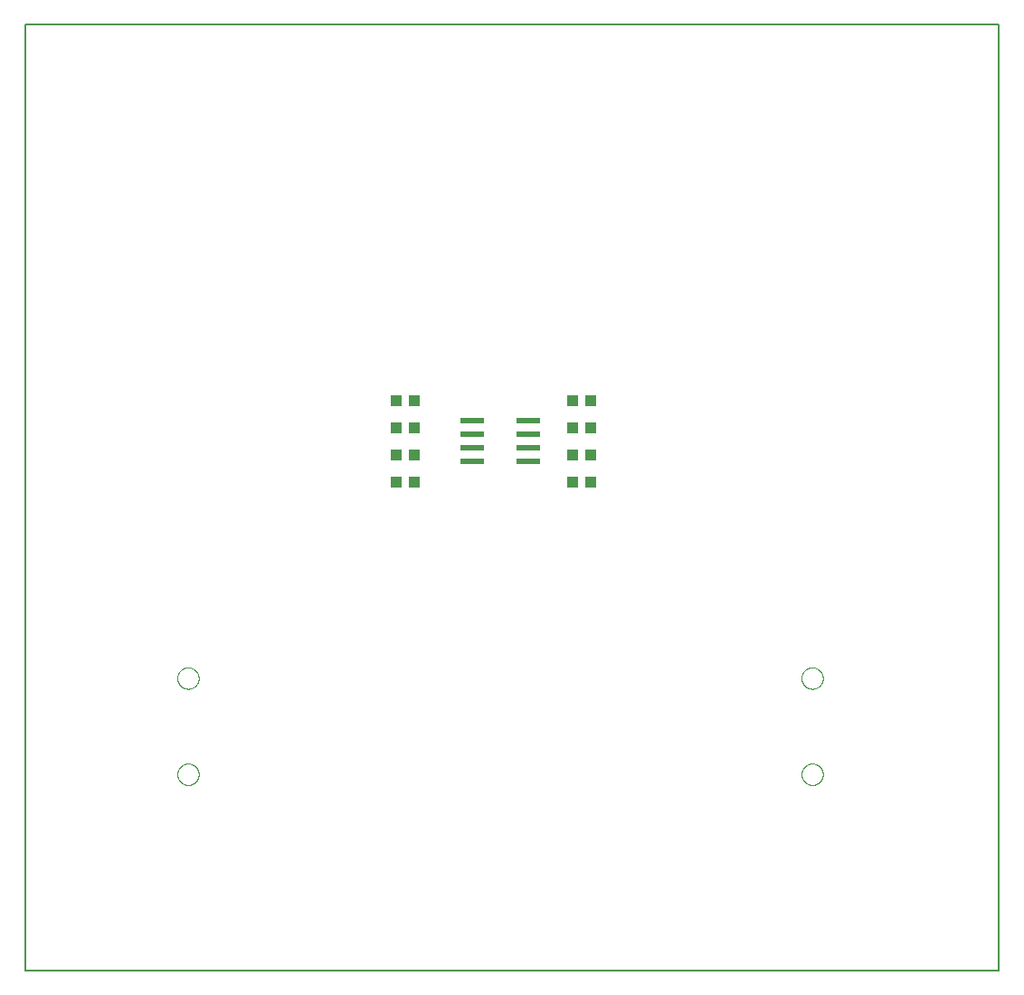
<source format=gtp>
G75*
%MOIN*%
%OFA0B0*%
%FSLAX25Y25*%
%IPPOS*%
%LPD*%
%AMOC8*
5,1,8,0,0,1.08239X$1,22.5*
%
%ADD10C,0.00600*%
%ADD11C,0.00000*%
%ADD12R,0.03937X0.04331*%
%ADD13R,0.08661X0.02362*%
D10*
X0001300Y0001300D02*
X0001300Y0350001D01*
X0360001Y0350001D01*
X0360001Y0001300D01*
X0001300Y0001300D01*
D11*
X0057363Y0073583D02*
X0057365Y0073708D01*
X0057371Y0073833D01*
X0057381Y0073957D01*
X0057395Y0074081D01*
X0057412Y0074205D01*
X0057434Y0074328D01*
X0057460Y0074450D01*
X0057489Y0074572D01*
X0057522Y0074692D01*
X0057560Y0074811D01*
X0057600Y0074930D01*
X0057645Y0075046D01*
X0057693Y0075161D01*
X0057745Y0075275D01*
X0057801Y0075387D01*
X0057860Y0075497D01*
X0057922Y0075605D01*
X0057988Y0075712D01*
X0058057Y0075816D01*
X0058130Y0075917D01*
X0058205Y0076017D01*
X0058284Y0076114D01*
X0058366Y0076208D01*
X0058451Y0076300D01*
X0058538Y0076389D01*
X0058629Y0076475D01*
X0058722Y0076558D01*
X0058818Y0076639D01*
X0058916Y0076716D01*
X0059016Y0076790D01*
X0059119Y0076861D01*
X0059224Y0076928D01*
X0059332Y0076993D01*
X0059441Y0077053D01*
X0059552Y0077111D01*
X0059665Y0077164D01*
X0059779Y0077214D01*
X0059895Y0077261D01*
X0060012Y0077303D01*
X0060131Y0077342D01*
X0060251Y0077378D01*
X0060372Y0077409D01*
X0060494Y0077437D01*
X0060616Y0077460D01*
X0060740Y0077480D01*
X0060864Y0077496D01*
X0060988Y0077508D01*
X0061113Y0077516D01*
X0061238Y0077520D01*
X0061362Y0077520D01*
X0061487Y0077516D01*
X0061612Y0077508D01*
X0061736Y0077496D01*
X0061860Y0077480D01*
X0061984Y0077460D01*
X0062106Y0077437D01*
X0062228Y0077409D01*
X0062349Y0077378D01*
X0062469Y0077342D01*
X0062588Y0077303D01*
X0062705Y0077261D01*
X0062821Y0077214D01*
X0062935Y0077164D01*
X0063048Y0077111D01*
X0063159Y0077053D01*
X0063269Y0076993D01*
X0063376Y0076928D01*
X0063481Y0076861D01*
X0063584Y0076790D01*
X0063684Y0076716D01*
X0063782Y0076639D01*
X0063878Y0076558D01*
X0063971Y0076475D01*
X0064062Y0076389D01*
X0064149Y0076300D01*
X0064234Y0076208D01*
X0064316Y0076114D01*
X0064395Y0076017D01*
X0064470Y0075917D01*
X0064543Y0075816D01*
X0064612Y0075712D01*
X0064678Y0075605D01*
X0064740Y0075497D01*
X0064799Y0075387D01*
X0064855Y0075275D01*
X0064907Y0075161D01*
X0064955Y0075046D01*
X0065000Y0074930D01*
X0065040Y0074811D01*
X0065078Y0074692D01*
X0065111Y0074572D01*
X0065140Y0074450D01*
X0065166Y0074328D01*
X0065188Y0074205D01*
X0065205Y0074081D01*
X0065219Y0073957D01*
X0065229Y0073833D01*
X0065235Y0073708D01*
X0065237Y0073583D01*
X0065235Y0073458D01*
X0065229Y0073333D01*
X0065219Y0073209D01*
X0065205Y0073085D01*
X0065188Y0072961D01*
X0065166Y0072838D01*
X0065140Y0072716D01*
X0065111Y0072594D01*
X0065078Y0072474D01*
X0065040Y0072355D01*
X0065000Y0072236D01*
X0064955Y0072120D01*
X0064907Y0072005D01*
X0064855Y0071891D01*
X0064799Y0071779D01*
X0064740Y0071669D01*
X0064678Y0071561D01*
X0064612Y0071454D01*
X0064543Y0071350D01*
X0064470Y0071249D01*
X0064395Y0071149D01*
X0064316Y0071052D01*
X0064234Y0070958D01*
X0064149Y0070866D01*
X0064062Y0070777D01*
X0063971Y0070691D01*
X0063878Y0070608D01*
X0063782Y0070527D01*
X0063684Y0070450D01*
X0063584Y0070376D01*
X0063481Y0070305D01*
X0063376Y0070238D01*
X0063268Y0070173D01*
X0063159Y0070113D01*
X0063048Y0070055D01*
X0062935Y0070002D01*
X0062821Y0069952D01*
X0062705Y0069905D01*
X0062588Y0069863D01*
X0062469Y0069824D01*
X0062349Y0069788D01*
X0062228Y0069757D01*
X0062106Y0069729D01*
X0061984Y0069706D01*
X0061860Y0069686D01*
X0061736Y0069670D01*
X0061612Y0069658D01*
X0061487Y0069650D01*
X0061362Y0069646D01*
X0061238Y0069646D01*
X0061113Y0069650D01*
X0060988Y0069658D01*
X0060864Y0069670D01*
X0060740Y0069686D01*
X0060616Y0069706D01*
X0060494Y0069729D01*
X0060372Y0069757D01*
X0060251Y0069788D01*
X0060131Y0069824D01*
X0060012Y0069863D01*
X0059895Y0069905D01*
X0059779Y0069952D01*
X0059665Y0070002D01*
X0059552Y0070055D01*
X0059441Y0070113D01*
X0059331Y0070173D01*
X0059224Y0070238D01*
X0059119Y0070305D01*
X0059016Y0070376D01*
X0058916Y0070450D01*
X0058818Y0070527D01*
X0058722Y0070608D01*
X0058629Y0070691D01*
X0058538Y0070777D01*
X0058451Y0070866D01*
X0058366Y0070958D01*
X0058284Y0071052D01*
X0058205Y0071149D01*
X0058130Y0071249D01*
X0058057Y0071350D01*
X0057988Y0071454D01*
X0057922Y0071561D01*
X0057860Y0071669D01*
X0057801Y0071779D01*
X0057745Y0071891D01*
X0057693Y0072005D01*
X0057645Y0072120D01*
X0057600Y0072236D01*
X0057560Y0072355D01*
X0057522Y0072474D01*
X0057489Y0072594D01*
X0057460Y0072716D01*
X0057434Y0072838D01*
X0057412Y0072961D01*
X0057395Y0073085D01*
X0057381Y0073209D01*
X0057371Y0073333D01*
X0057365Y0073458D01*
X0057363Y0073583D01*
X0057363Y0109017D02*
X0057365Y0109142D01*
X0057371Y0109267D01*
X0057381Y0109391D01*
X0057395Y0109515D01*
X0057412Y0109639D01*
X0057434Y0109762D01*
X0057460Y0109884D01*
X0057489Y0110006D01*
X0057522Y0110126D01*
X0057560Y0110245D01*
X0057600Y0110364D01*
X0057645Y0110480D01*
X0057693Y0110595D01*
X0057745Y0110709D01*
X0057801Y0110821D01*
X0057860Y0110931D01*
X0057922Y0111039D01*
X0057988Y0111146D01*
X0058057Y0111250D01*
X0058130Y0111351D01*
X0058205Y0111451D01*
X0058284Y0111548D01*
X0058366Y0111642D01*
X0058451Y0111734D01*
X0058538Y0111823D01*
X0058629Y0111909D01*
X0058722Y0111992D01*
X0058818Y0112073D01*
X0058916Y0112150D01*
X0059016Y0112224D01*
X0059119Y0112295D01*
X0059224Y0112362D01*
X0059332Y0112427D01*
X0059441Y0112487D01*
X0059552Y0112545D01*
X0059665Y0112598D01*
X0059779Y0112648D01*
X0059895Y0112695D01*
X0060012Y0112737D01*
X0060131Y0112776D01*
X0060251Y0112812D01*
X0060372Y0112843D01*
X0060494Y0112871D01*
X0060616Y0112894D01*
X0060740Y0112914D01*
X0060864Y0112930D01*
X0060988Y0112942D01*
X0061113Y0112950D01*
X0061238Y0112954D01*
X0061362Y0112954D01*
X0061487Y0112950D01*
X0061612Y0112942D01*
X0061736Y0112930D01*
X0061860Y0112914D01*
X0061984Y0112894D01*
X0062106Y0112871D01*
X0062228Y0112843D01*
X0062349Y0112812D01*
X0062469Y0112776D01*
X0062588Y0112737D01*
X0062705Y0112695D01*
X0062821Y0112648D01*
X0062935Y0112598D01*
X0063048Y0112545D01*
X0063159Y0112487D01*
X0063269Y0112427D01*
X0063376Y0112362D01*
X0063481Y0112295D01*
X0063584Y0112224D01*
X0063684Y0112150D01*
X0063782Y0112073D01*
X0063878Y0111992D01*
X0063971Y0111909D01*
X0064062Y0111823D01*
X0064149Y0111734D01*
X0064234Y0111642D01*
X0064316Y0111548D01*
X0064395Y0111451D01*
X0064470Y0111351D01*
X0064543Y0111250D01*
X0064612Y0111146D01*
X0064678Y0111039D01*
X0064740Y0110931D01*
X0064799Y0110821D01*
X0064855Y0110709D01*
X0064907Y0110595D01*
X0064955Y0110480D01*
X0065000Y0110364D01*
X0065040Y0110245D01*
X0065078Y0110126D01*
X0065111Y0110006D01*
X0065140Y0109884D01*
X0065166Y0109762D01*
X0065188Y0109639D01*
X0065205Y0109515D01*
X0065219Y0109391D01*
X0065229Y0109267D01*
X0065235Y0109142D01*
X0065237Y0109017D01*
X0065235Y0108892D01*
X0065229Y0108767D01*
X0065219Y0108643D01*
X0065205Y0108519D01*
X0065188Y0108395D01*
X0065166Y0108272D01*
X0065140Y0108150D01*
X0065111Y0108028D01*
X0065078Y0107908D01*
X0065040Y0107789D01*
X0065000Y0107670D01*
X0064955Y0107554D01*
X0064907Y0107439D01*
X0064855Y0107325D01*
X0064799Y0107213D01*
X0064740Y0107103D01*
X0064678Y0106995D01*
X0064612Y0106888D01*
X0064543Y0106784D01*
X0064470Y0106683D01*
X0064395Y0106583D01*
X0064316Y0106486D01*
X0064234Y0106392D01*
X0064149Y0106300D01*
X0064062Y0106211D01*
X0063971Y0106125D01*
X0063878Y0106042D01*
X0063782Y0105961D01*
X0063684Y0105884D01*
X0063584Y0105810D01*
X0063481Y0105739D01*
X0063376Y0105672D01*
X0063268Y0105607D01*
X0063159Y0105547D01*
X0063048Y0105489D01*
X0062935Y0105436D01*
X0062821Y0105386D01*
X0062705Y0105339D01*
X0062588Y0105297D01*
X0062469Y0105258D01*
X0062349Y0105222D01*
X0062228Y0105191D01*
X0062106Y0105163D01*
X0061984Y0105140D01*
X0061860Y0105120D01*
X0061736Y0105104D01*
X0061612Y0105092D01*
X0061487Y0105084D01*
X0061362Y0105080D01*
X0061238Y0105080D01*
X0061113Y0105084D01*
X0060988Y0105092D01*
X0060864Y0105104D01*
X0060740Y0105120D01*
X0060616Y0105140D01*
X0060494Y0105163D01*
X0060372Y0105191D01*
X0060251Y0105222D01*
X0060131Y0105258D01*
X0060012Y0105297D01*
X0059895Y0105339D01*
X0059779Y0105386D01*
X0059665Y0105436D01*
X0059552Y0105489D01*
X0059441Y0105547D01*
X0059331Y0105607D01*
X0059224Y0105672D01*
X0059119Y0105739D01*
X0059016Y0105810D01*
X0058916Y0105884D01*
X0058818Y0105961D01*
X0058722Y0106042D01*
X0058629Y0106125D01*
X0058538Y0106211D01*
X0058451Y0106300D01*
X0058366Y0106392D01*
X0058284Y0106486D01*
X0058205Y0106583D01*
X0058130Y0106683D01*
X0058057Y0106784D01*
X0057988Y0106888D01*
X0057922Y0106995D01*
X0057860Y0107103D01*
X0057801Y0107213D01*
X0057745Y0107325D01*
X0057693Y0107439D01*
X0057645Y0107554D01*
X0057600Y0107670D01*
X0057560Y0107789D01*
X0057522Y0107908D01*
X0057489Y0108028D01*
X0057460Y0108150D01*
X0057434Y0108272D01*
X0057412Y0108395D01*
X0057395Y0108519D01*
X0057381Y0108643D01*
X0057371Y0108767D01*
X0057365Y0108892D01*
X0057363Y0109017D01*
X0287363Y0109017D02*
X0287365Y0109142D01*
X0287371Y0109267D01*
X0287381Y0109391D01*
X0287395Y0109515D01*
X0287412Y0109639D01*
X0287434Y0109762D01*
X0287460Y0109884D01*
X0287489Y0110006D01*
X0287522Y0110126D01*
X0287560Y0110245D01*
X0287600Y0110364D01*
X0287645Y0110480D01*
X0287693Y0110595D01*
X0287745Y0110709D01*
X0287801Y0110821D01*
X0287860Y0110931D01*
X0287922Y0111039D01*
X0287988Y0111146D01*
X0288057Y0111250D01*
X0288130Y0111351D01*
X0288205Y0111451D01*
X0288284Y0111548D01*
X0288366Y0111642D01*
X0288451Y0111734D01*
X0288538Y0111823D01*
X0288629Y0111909D01*
X0288722Y0111992D01*
X0288818Y0112073D01*
X0288916Y0112150D01*
X0289016Y0112224D01*
X0289119Y0112295D01*
X0289224Y0112362D01*
X0289332Y0112427D01*
X0289441Y0112487D01*
X0289552Y0112545D01*
X0289665Y0112598D01*
X0289779Y0112648D01*
X0289895Y0112695D01*
X0290012Y0112737D01*
X0290131Y0112776D01*
X0290251Y0112812D01*
X0290372Y0112843D01*
X0290494Y0112871D01*
X0290616Y0112894D01*
X0290740Y0112914D01*
X0290864Y0112930D01*
X0290988Y0112942D01*
X0291113Y0112950D01*
X0291238Y0112954D01*
X0291362Y0112954D01*
X0291487Y0112950D01*
X0291612Y0112942D01*
X0291736Y0112930D01*
X0291860Y0112914D01*
X0291984Y0112894D01*
X0292106Y0112871D01*
X0292228Y0112843D01*
X0292349Y0112812D01*
X0292469Y0112776D01*
X0292588Y0112737D01*
X0292705Y0112695D01*
X0292821Y0112648D01*
X0292935Y0112598D01*
X0293048Y0112545D01*
X0293159Y0112487D01*
X0293269Y0112427D01*
X0293376Y0112362D01*
X0293481Y0112295D01*
X0293584Y0112224D01*
X0293684Y0112150D01*
X0293782Y0112073D01*
X0293878Y0111992D01*
X0293971Y0111909D01*
X0294062Y0111823D01*
X0294149Y0111734D01*
X0294234Y0111642D01*
X0294316Y0111548D01*
X0294395Y0111451D01*
X0294470Y0111351D01*
X0294543Y0111250D01*
X0294612Y0111146D01*
X0294678Y0111039D01*
X0294740Y0110931D01*
X0294799Y0110821D01*
X0294855Y0110709D01*
X0294907Y0110595D01*
X0294955Y0110480D01*
X0295000Y0110364D01*
X0295040Y0110245D01*
X0295078Y0110126D01*
X0295111Y0110006D01*
X0295140Y0109884D01*
X0295166Y0109762D01*
X0295188Y0109639D01*
X0295205Y0109515D01*
X0295219Y0109391D01*
X0295229Y0109267D01*
X0295235Y0109142D01*
X0295237Y0109017D01*
X0295235Y0108892D01*
X0295229Y0108767D01*
X0295219Y0108643D01*
X0295205Y0108519D01*
X0295188Y0108395D01*
X0295166Y0108272D01*
X0295140Y0108150D01*
X0295111Y0108028D01*
X0295078Y0107908D01*
X0295040Y0107789D01*
X0295000Y0107670D01*
X0294955Y0107554D01*
X0294907Y0107439D01*
X0294855Y0107325D01*
X0294799Y0107213D01*
X0294740Y0107103D01*
X0294678Y0106995D01*
X0294612Y0106888D01*
X0294543Y0106784D01*
X0294470Y0106683D01*
X0294395Y0106583D01*
X0294316Y0106486D01*
X0294234Y0106392D01*
X0294149Y0106300D01*
X0294062Y0106211D01*
X0293971Y0106125D01*
X0293878Y0106042D01*
X0293782Y0105961D01*
X0293684Y0105884D01*
X0293584Y0105810D01*
X0293481Y0105739D01*
X0293376Y0105672D01*
X0293268Y0105607D01*
X0293159Y0105547D01*
X0293048Y0105489D01*
X0292935Y0105436D01*
X0292821Y0105386D01*
X0292705Y0105339D01*
X0292588Y0105297D01*
X0292469Y0105258D01*
X0292349Y0105222D01*
X0292228Y0105191D01*
X0292106Y0105163D01*
X0291984Y0105140D01*
X0291860Y0105120D01*
X0291736Y0105104D01*
X0291612Y0105092D01*
X0291487Y0105084D01*
X0291362Y0105080D01*
X0291238Y0105080D01*
X0291113Y0105084D01*
X0290988Y0105092D01*
X0290864Y0105104D01*
X0290740Y0105120D01*
X0290616Y0105140D01*
X0290494Y0105163D01*
X0290372Y0105191D01*
X0290251Y0105222D01*
X0290131Y0105258D01*
X0290012Y0105297D01*
X0289895Y0105339D01*
X0289779Y0105386D01*
X0289665Y0105436D01*
X0289552Y0105489D01*
X0289441Y0105547D01*
X0289331Y0105607D01*
X0289224Y0105672D01*
X0289119Y0105739D01*
X0289016Y0105810D01*
X0288916Y0105884D01*
X0288818Y0105961D01*
X0288722Y0106042D01*
X0288629Y0106125D01*
X0288538Y0106211D01*
X0288451Y0106300D01*
X0288366Y0106392D01*
X0288284Y0106486D01*
X0288205Y0106583D01*
X0288130Y0106683D01*
X0288057Y0106784D01*
X0287988Y0106888D01*
X0287922Y0106995D01*
X0287860Y0107103D01*
X0287801Y0107213D01*
X0287745Y0107325D01*
X0287693Y0107439D01*
X0287645Y0107554D01*
X0287600Y0107670D01*
X0287560Y0107789D01*
X0287522Y0107908D01*
X0287489Y0108028D01*
X0287460Y0108150D01*
X0287434Y0108272D01*
X0287412Y0108395D01*
X0287395Y0108519D01*
X0287381Y0108643D01*
X0287371Y0108767D01*
X0287365Y0108892D01*
X0287363Y0109017D01*
X0287363Y0073583D02*
X0287365Y0073708D01*
X0287371Y0073833D01*
X0287381Y0073957D01*
X0287395Y0074081D01*
X0287412Y0074205D01*
X0287434Y0074328D01*
X0287460Y0074450D01*
X0287489Y0074572D01*
X0287522Y0074692D01*
X0287560Y0074811D01*
X0287600Y0074930D01*
X0287645Y0075046D01*
X0287693Y0075161D01*
X0287745Y0075275D01*
X0287801Y0075387D01*
X0287860Y0075497D01*
X0287922Y0075605D01*
X0287988Y0075712D01*
X0288057Y0075816D01*
X0288130Y0075917D01*
X0288205Y0076017D01*
X0288284Y0076114D01*
X0288366Y0076208D01*
X0288451Y0076300D01*
X0288538Y0076389D01*
X0288629Y0076475D01*
X0288722Y0076558D01*
X0288818Y0076639D01*
X0288916Y0076716D01*
X0289016Y0076790D01*
X0289119Y0076861D01*
X0289224Y0076928D01*
X0289332Y0076993D01*
X0289441Y0077053D01*
X0289552Y0077111D01*
X0289665Y0077164D01*
X0289779Y0077214D01*
X0289895Y0077261D01*
X0290012Y0077303D01*
X0290131Y0077342D01*
X0290251Y0077378D01*
X0290372Y0077409D01*
X0290494Y0077437D01*
X0290616Y0077460D01*
X0290740Y0077480D01*
X0290864Y0077496D01*
X0290988Y0077508D01*
X0291113Y0077516D01*
X0291238Y0077520D01*
X0291362Y0077520D01*
X0291487Y0077516D01*
X0291612Y0077508D01*
X0291736Y0077496D01*
X0291860Y0077480D01*
X0291984Y0077460D01*
X0292106Y0077437D01*
X0292228Y0077409D01*
X0292349Y0077378D01*
X0292469Y0077342D01*
X0292588Y0077303D01*
X0292705Y0077261D01*
X0292821Y0077214D01*
X0292935Y0077164D01*
X0293048Y0077111D01*
X0293159Y0077053D01*
X0293269Y0076993D01*
X0293376Y0076928D01*
X0293481Y0076861D01*
X0293584Y0076790D01*
X0293684Y0076716D01*
X0293782Y0076639D01*
X0293878Y0076558D01*
X0293971Y0076475D01*
X0294062Y0076389D01*
X0294149Y0076300D01*
X0294234Y0076208D01*
X0294316Y0076114D01*
X0294395Y0076017D01*
X0294470Y0075917D01*
X0294543Y0075816D01*
X0294612Y0075712D01*
X0294678Y0075605D01*
X0294740Y0075497D01*
X0294799Y0075387D01*
X0294855Y0075275D01*
X0294907Y0075161D01*
X0294955Y0075046D01*
X0295000Y0074930D01*
X0295040Y0074811D01*
X0295078Y0074692D01*
X0295111Y0074572D01*
X0295140Y0074450D01*
X0295166Y0074328D01*
X0295188Y0074205D01*
X0295205Y0074081D01*
X0295219Y0073957D01*
X0295229Y0073833D01*
X0295235Y0073708D01*
X0295237Y0073583D01*
X0295235Y0073458D01*
X0295229Y0073333D01*
X0295219Y0073209D01*
X0295205Y0073085D01*
X0295188Y0072961D01*
X0295166Y0072838D01*
X0295140Y0072716D01*
X0295111Y0072594D01*
X0295078Y0072474D01*
X0295040Y0072355D01*
X0295000Y0072236D01*
X0294955Y0072120D01*
X0294907Y0072005D01*
X0294855Y0071891D01*
X0294799Y0071779D01*
X0294740Y0071669D01*
X0294678Y0071561D01*
X0294612Y0071454D01*
X0294543Y0071350D01*
X0294470Y0071249D01*
X0294395Y0071149D01*
X0294316Y0071052D01*
X0294234Y0070958D01*
X0294149Y0070866D01*
X0294062Y0070777D01*
X0293971Y0070691D01*
X0293878Y0070608D01*
X0293782Y0070527D01*
X0293684Y0070450D01*
X0293584Y0070376D01*
X0293481Y0070305D01*
X0293376Y0070238D01*
X0293268Y0070173D01*
X0293159Y0070113D01*
X0293048Y0070055D01*
X0292935Y0070002D01*
X0292821Y0069952D01*
X0292705Y0069905D01*
X0292588Y0069863D01*
X0292469Y0069824D01*
X0292349Y0069788D01*
X0292228Y0069757D01*
X0292106Y0069729D01*
X0291984Y0069706D01*
X0291860Y0069686D01*
X0291736Y0069670D01*
X0291612Y0069658D01*
X0291487Y0069650D01*
X0291362Y0069646D01*
X0291238Y0069646D01*
X0291113Y0069650D01*
X0290988Y0069658D01*
X0290864Y0069670D01*
X0290740Y0069686D01*
X0290616Y0069706D01*
X0290494Y0069729D01*
X0290372Y0069757D01*
X0290251Y0069788D01*
X0290131Y0069824D01*
X0290012Y0069863D01*
X0289895Y0069905D01*
X0289779Y0069952D01*
X0289665Y0070002D01*
X0289552Y0070055D01*
X0289441Y0070113D01*
X0289331Y0070173D01*
X0289224Y0070238D01*
X0289119Y0070305D01*
X0289016Y0070376D01*
X0288916Y0070450D01*
X0288818Y0070527D01*
X0288722Y0070608D01*
X0288629Y0070691D01*
X0288538Y0070777D01*
X0288451Y0070866D01*
X0288366Y0070958D01*
X0288284Y0071052D01*
X0288205Y0071149D01*
X0288130Y0071249D01*
X0288057Y0071350D01*
X0287988Y0071454D01*
X0287922Y0071561D01*
X0287860Y0071669D01*
X0287801Y0071779D01*
X0287745Y0071891D01*
X0287693Y0072005D01*
X0287645Y0072120D01*
X0287600Y0072236D01*
X0287560Y0072355D01*
X0287522Y0072474D01*
X0287489Y0072594D01*
X0287460Y0072716D01*
X0287434Y0072838D01*
X0287412Y0072961D01*
X0287395Y0073085D01*
X0287381Y0073209D01*
X0287371Y0073333D01*
X0287365Y0073458D01*
X0287363Y0073583D01*
D12*
X0209646Y0181300D03*
X0202954Y0181300D03*
X0202954Y0191300D03*
X0209646Y0191300D03*
X0209646Y0201300D03*
X0202954Y0201300D03*
X0202954Y0211300D03*
X0209646Y0211300D03*
X0144646Y0211300D03*
X0137954Y0211300D03*
X0137954Y0201300D03*
X0144646Y0201300D03*
X0144646Y0191300D03*
X0137954Y0191300D03*
X0137954Y0181300D03*
X0144646Y0181300D03*
D13*
X0166064Y0188800D03*
X0166064Y0193800D03*
X0166064Y0198800D03*
X0166064Y0203800D03*
X0186536Y0203800D03*
X0186536Y0198800D03*
X0186536Y0193800D03*
X0186536Y0188800D03*
M02*

</source>
